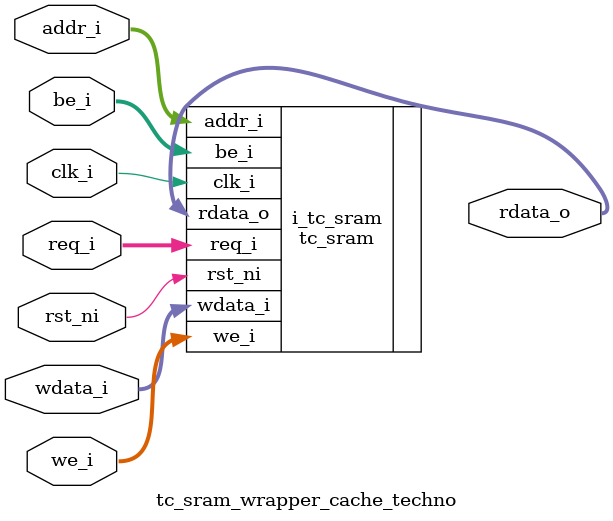
<source format=v>
module tc_sram_wrapper_cache_techno (
	clk_i,
	rst_ni,
	req_i,
	we_i,
	addr_i,
	wdata_i,
	be_i,
	rdata_o
);
	// Trace: common/local/util/tc_sram_wrapper_cache_techno.sv:14:13
	parameter [31:0] NumWords = 32'd1024;
	// Trace: common/local/util/tc_sram_wrapper_cache_techno.sv:15:13
	parameter [31:0] DataWidth = 32'd128;
	// Trace: common/local/util/tc_sram_wrapper_cache_techno.sv:16:13
	parameter [31:0] ByteWidth = 32'd8;
	// Trace: common/local/util/tc_sram_wrapper_cache_techno.sv:17:13
	parameter [31:0] NumPorts = 32'd2;
	// Trace: common/local/util/tc_sram_wrapper_cache_techno.sv:18:13
	parameter [31:0] Latency = 32'd1;
	// Trace: common/local/util/tc_sram_wrapper_cache_techno.sv:19:26
	parameter SimInit = "none";
	// Trace: common/local/util/tc_sram_wrapper_cache_techno.sv:20:26
	parameter BYTE_ACCESS = 1;
	// Trace: common/local/util/tc_sram_wrapper_cache_techno.sv:21:13
	parameter [0:0] PrintSimCfg = 1'b0;
	// Trace: common/local/util/tc_sram_wrapper_cache_techno.sv:23:13
	parameter [31:0] AddrWidth = (NumWords > 32'd1 ? $clog2(NumWords) : 32'd1);
	// Trace: common/local/util/tc_sram_wrapper_cache_techno.sv:24:13
	parameter [31:0] BeWidth = ((DataWidth + ByteWidth) - 32'd1) / ByteWidth;
	// Trace: common/local/util/tc_sram_wrapper_cache_techno.sv:25:26
	// removed localparam type addr_t
	// Trace: common/local/util/tc_sram_wrapper_cache_techno.sv:26:26
	// removed localparam type data_t
	// Trace: common/local/util/tc_sram_wrapper_cache_techno.sv:27:26
	// removed localparam type be_t
	// Trace: common/local/util/tc_sram_wrapper_cache_techno.sv:29:3
	input wire clk_i;
	// Trace: common/local/util/tc_sram_wrapper_cache_techno.sv:30:3
	input wire rst_ni;
	// Trace: common/local/util/tc_sram_wrapper_cache_techno.sv:32:3
	input wire [NumPorts - 1:0] req_i;
	// Trace: common/local/util/tc_sram_wrapper_cache_techno.sv:33:3
	input wire [NumPorts - 1:0] we_i;
	// Trace: common/local/util/tc_sram_wrapper_cache_techno.sv:34:3
	input wire [(NumPorts * AddrWidth) - 1:0] addr_i;
	// Trace: common/local/util/tc_sram_wrapper_cache_techno.sv:35:3
	input wire [(NumPorts * DataWidth) - 1:0] wdata_i;
	// Trace: common/local/util/tc_sram_wrapper_cache_techno.sv:36:3
	input wire [(NumPorts * BeWidth) - 1:0] be_i;
	// Trace: common/local/util/tc_sram_wrapper_cache_techno.sv:38:3
	output wire [(NumPorts * DataWidth) - 1:0] rdata_o;
	// Trace: common/local/util/tc_sram_wrapper_cache_techno.sv:43:3
	tc_sram #(
		.NumWords(NumWords),
		.DataWidth(DataWidth),
		.ByteWidth(ByteWidth),
		.NumPorts(NumPorts),
		.Latency(Latency),
		.SimInit(SimInit),
		.PrintSimCfg(PrintSimCfg)
	) i_tc_sram(
		.clk_i(clk_i),
		.rst_ni(rst_ni),
		.req_i(req_i),
		.we_i(we_i),
		.be_i(be_i),
		.wdata_i(wdata_i),
		.addr_i(addr_i),
		.rdata_o(rdata_o)
	);
endmodule

</source>
